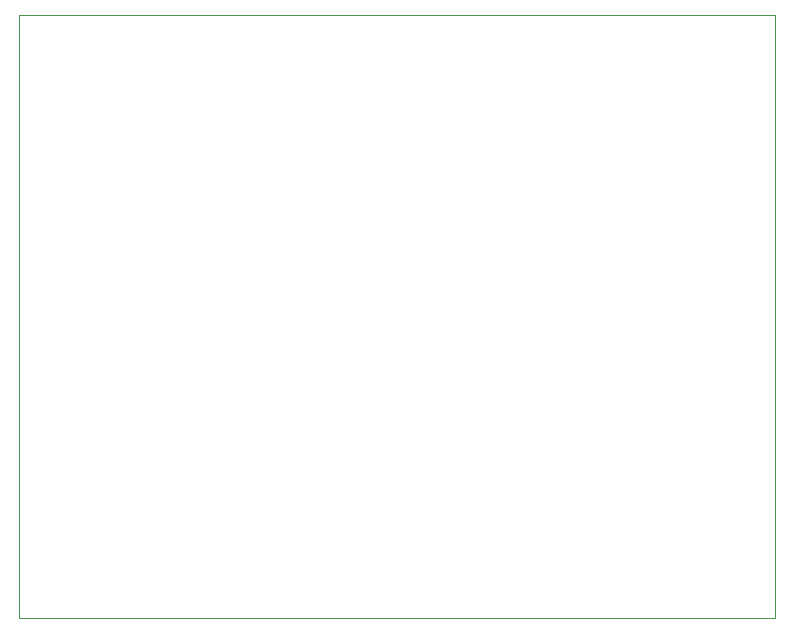
<source format=gbr>
G04 Layer_Color=0*
%FSLAX44Y44*%
%MOMM*%
%TF.FileFunction,Profile,NP*%
%TF.Part,Single*%
G01*
G75*
%TA.AperFunction,Profile*%
%ADD26C,0.0254*%
D26*
X620000Y570000D02*
Y1080000D01*
X1260000D01*
Y570000D01*
X620000D01*
%TF.MD5,9bb690af176832737e7fb1c014f68255*%
M02*

</source>
